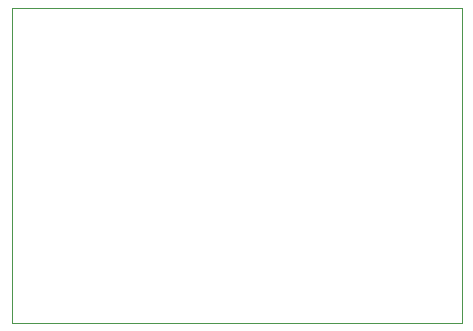
<source format=gm1>
G04 #@! TF.GenerationSoftware,KiCad,Pcbnew,5.1.5-52549c5~86~ubuntu19.10.1*
G04 #@! TF.CreationDate,2020-05-04T22:04:25+01:00*
G04 #@! TF.ProjectId,pmod-dualrs422,706d6f64-2d64-4756-916c-72733432322e,rev?*
G04 #@! TF.SameCoordinates,PXccb7580PY7aec778*
G04 #@! TF.FileFunction,Profile,NP*
%FSLAX46Y46*%
G04 Gerber Fmt 4.6, Leading zero omitted, Abs format (unit mm)*
G04 Created by KiCad (PCBNEW 5.1.5-52549c5~86~ubuntu19.10.1) date 2020-05-04 22:04:25*
%MOMM*%
%LPD*%
G04 APERTURE LIST*
%ADD10C,0.050000*%
G04 APERTURE END LIST*
D10*
X0Y26670000D02*
X0Y9525000D01*
X38100000Y26670000D02*
X0Y26670000D01*
X38100000Y0D02*
X38100000Y26670000D01*
X0Y0D02*
X38100000Y0D01*
X0Y3175000D02*
X0Y0D01*
X0Y9525000D02*
X0Y3175000D01*
M02*

</source>
